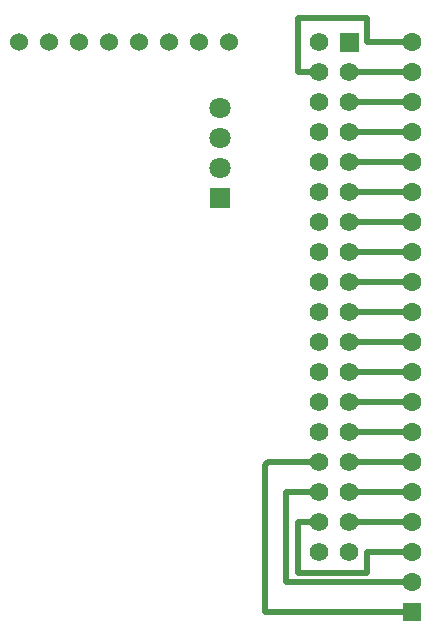
<source format=gbl>
G04 Layer: BottomLayer*
G04 EasyEDA v6.5.3, 2022-05-11 10:11:48*
G04 29087cc1c3554ec2a43a3509a864e302,be635ba5e1a24524a6f9dddda72dafc0,10*
G04 Gerber Generator version 0.2*
G04 Scale: 100 percent, Rotated: No, Reflected: No *
G04 Dimensions in millimeters *
G04 leading zeros omitted , absolute positions ,4 integer and 5 decimal *
%FSLAX45Y45*%
%MOMM*%

%ADD11C,0.5080*%
%ADD12C,1.5240*%
%ADD13C,1.5700*%
%ADD15R,1.8000X1.8000*%
%ADD16C,1.8000*%
%ADD17C,1.6000*%
%ADD18R,1.6000X1.6000*%

%LPD*%
D11*
X-83058000Y65532000D02*
G01*
X-82524600Y65532000D01*
X-83312000Y65532000D02*
G01*
X-83489800Y65532000D01*
X-83489800Y65989200D01*
X-82905600Y65989200D01*
X-82905600Y65786000D01*
X-82524600Y65786000D01*
X-83312000Y61976000D02*
G01*
X-83591400Y61976000D01*
X-83591400Y61214000D01*
X-82524600Y61214000D01*
X-83312000Y61722000D02*
G01*
X-83489800Y61722000D01*
X-83489800Y61290200D01*
X-82905600Y61290200D01*
X-82905600Y61468000D01*
X-82524600Y61468000D01*
X-83058000Y61722000D02*
G01*
X-82524600Y61722000D01*
X-83058000Y61976000D02*
G01*
X-82524600Y61976000D01*
X-83058000Y62230000D02*
G01*
X-82524600Y62230000D01*
X-83312000Y62230000D02*
G01*
X-83743800Y62230000D01*
X-83769200Y62204600D01*
X-83769200Y60960000D01*
X-82499200Y60960000D01*
X-83058000Y62484000D02*
G01*
X-82499200Y62484000D01*
X-83058000Y62738000D02*
G01*
X-82499200Y62738000D01*
X-83058000Y62992000D02*
G01*
X-82499200Y62992000D01*
X-83058000Y63246000D02*
G01*
X-82499200Y63246000D01*
X-83058000Y63500000D02*
G01*
X-82499200Y63500000D01*
X-83058000Y63754000D02*
G01*
X-82499200Y63754000D01*
X-83058000Y64008000D02*
G01*
X-82499200Y64008000D01*
X-83058000Y64262000D02*
G01*
X-82499200Y64262000D01*
X-83058000Y64516000D02*
G01*
X-82499200Y64516000D01*
X-83058000Y64770000D02*
G01*
X-82499200Y64770000D01*
X-83058000Y65024000D02*
G01*
X-82499200Y65024000D01*
X-83058000Y65278000D02*
G01*
X-82499200Y65278000D01*
D12*
G01*
X-84074000Y65786000D03*
G01*
X-84328000Y65786000D03*
G01*
X-84582000Y65786000D03*
G01*
X-84836000Y65786000D03*
G01*
X-85090000Y65786000D03*
G01*
X-85344000Y65786000D03*
G01*
X-85598000Y65786000D03*
G01*
X-85852000Y65786000D03*
D13*
G01*
X-83312000Y65786000D03*
G36*
X-82979488Y65864511D02*
G01*
X-83136511Y65864511D01*
X-83136511Y65707488D01*
X-82979488Y65707488D01*
G37*
G01*
X-83058000Y65532000D03*
G01*
X-83312000Y65532000D03*
G01*
X-83058000Y65278000D03*
G01*
X-83312000Y65278000D03*
G01*
X-83058000Y65024000D03*
G01*
X-83312000Y65024000D03*
G01*
X-83058000Y64770000D03*
G01*
X-83312000Y64770000D03*
G01*
X-83058000Y64516000D03*
G01*
X-83312000Y64516000D03*
G01*
X-83058000Y64262000D03*
G01*
X-83312000Y64262000D03*
G01*
X-83058000Y64008000D03*
G01*
X-83312000Y64008000D03*
G01*
X-83058000Y63754000D03*
G01*
X-83312000Y63754000D03*
G01*
X-83058000Y63500000D03*
G01*
X-83312000Y63500000D03*
G01*
X-83058000Y63246000D03*
G01*
X-83312000Y63246000D03*
G01*
X-83058000Y62992000D03*
G01*
X-83312000Y62992000D03*
G01*
X-83058000Y62738000D03*
G01*
X-83312000Y62738000D03*
G01*
X-83058000Y62484000D03*
G01*
X-83312000Y62484000D03*
G01*
X-83058000Y62230000D03*
G01*
X-83312000Y62230000D03*
G01*
X-83058000Y61976000D03*
G01*
X-83312000Y61976000D03*
G01*
X-83058000Y61722000D03*
G01*
X-83312000Y61722000D03*
G01*
X-83058000Y61468000D03*
G01*
X-83312000Y61468000D03*
D15*
G01*
X-84150200Y64465200D03*
D16*
G01*
X-84150200Y64719200D03*
G01*
X-84150200Y64973200D03*
G01*
X-84150200Y65227200D03*
D17*
G01*
X-82524600Y65786000D03*
G01*
X-82524600Y65532000D03*
G01*
X-82524600Y65278000D03*
G01*
X-82524600Y65024000D03*
G01*
X-82524600Y64770000D03*
G01*
X-82524600Y64516000D03*
G01*
X-82524600Y64262000D03*
G01*
X-82524600Y64008000D03*
G01*
X-82524600Y63754000D03*
G01*
X-82524600Y63500000D03*
G01*
X-82524600Y63246000D03*
G01*
X-82524600Y62992000D03*
G01*
X-82524600Y62738000D03*
G01*
X-82524600Y62484000D03*
G01*
X-82524600Y62230000D03*
G01*
X-82524600Y61976000D03*
G01*
X-82524600Y61722000D03*
G01*
X-82524600Y61468000D03*
G01*
X-82524600Y61214000D03*
D18*
G01*
X-82524600Y60960000D03*
M02*

</source>
